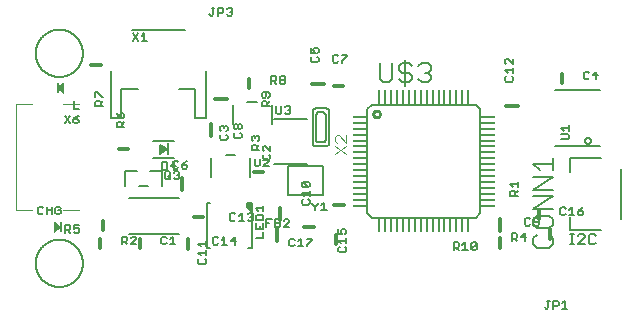
<source format=gbr>
G04 EAGLE Gerber RS-274X export*
G75*
%MOMM*%
%FSLAX34Y34*%
%LPD*%
%INSilkscreen Top*%
%IPPOS*%
%AMOC8*
5,1,8,0,0,1.08239X$1,22.5*%
G01*
%ADD10C,0.127000*%
%ADD11C,0.304800*%
%ADD12C,0.152400*%
%ADD13R,0.190500X0.889000*%
%ADD14C,0.203200*%
%ADD15C,0.076200*%
%ADD16R,0.200000X1.000000*%
%ADD17C,0.254000*%
%ADD18R,1.200000X0.200000*%
%ADD19R,0.200000X1.200000*%
%ADD20C,0.101600*%

G36*
X21647Y51314D02*
X21647Y51314D01*
X21665Y51312D01*
X21767Y51340D01*
X21870Y51362D01*
X21885Y51371D01*
X21902Y51376D01*
X22047Y51461D01*
X27127Y55271D01*
X27130Y55274D01*
X27134Y55276D01*
X27215Y55363D01*
X27297Y55448D01*
X27299Y55452D01*
X27302Y55455D01*
X27352Y55564D01*
X27402Y55671D01*
X27402Y55675D01*
X27404Y55679D01*
X27417Y55797D01*
X27430Y55915D01*
X27430Y55919D01*
X27430Y55924D01*
X27404Y56040D01*
X27380Y56156D01*
X27377Y56160D01*
X27376Y56164D01*
X27315Y56266D01*
X27255Y56368D01*
X27251Y56371D01*
X27249Y56374D01*
X27127Y56489D01*
X22047Y60299D01*
X22031Y60307D01*
X22018Y60320D01*
X22003Y60327D01*
X21995Y60333D01*
X21945Y60353D01*
X21922Y60364D01*
X21829Y60413D01*
X21811Y60416D01*
X21795Y60423D01*
X21690Y60435D01*
X21586Y60451D01*
X21568Y60448D01*
X21551Y60450D01*
X21448Y60428D01*
X21343Y60410D01*
X21328Y60402D01*
X21310Y60398D01*
X21220Y60344D01*
X21127Y60294D01*
X21114Y60281D01*
X21099Y60272D01*
X21030Y60192D01*
X20958Y60115D01*
X20951Y60098D01*
X20939Y60085D01*
X20900Y59987D01*
X20856Y59891D01*
X20854Y59873D01*
X20847Y59857D01*
X20829Y59690D01*
X20829Y52070D01*
X20832Y52052D01*
X20830Y52035D01*
X20851Y51931D01*
X20869Y51827D01*
X20877Y51812D01*
X20881Y51794D01*
X20934Y51703D01*
X20984Y51610D01*
X20996Y51598D01*
X21006Y51582D01*
X21085Y51513D01*
X21162Y51441D01*
X21178Y51433D01*
X21192Y51421D01*
X21289Y51381D01*
X21385Y51337D01*
X21403Y51335D01*
X21419Y51328D01*
X21525Y51321D01*
X21629Y51310D01*
X21647Y51314D01*
G37*
G36*
X29012Y169022D02*
X29012Y169022D01*
X29029Y169020D01*
X29132Y169042D01*
X29237Y169060D01*
X29252Y169068D01*
X29270Y169072D01*
X29360Y169126D01*
X29454Y169176D01*
X29466Y169189D01*
X29481Y169198D01*
X29550Y169278D01*
X29622Y169355D01*
X29629Y169372D01*
X29641Y169385D01*
X29680Y169483D01*
X29724Y169579D01*
X29726Y169597D01*
X29733Y169613D01*
X29751Y169780D01*
X29751Y177400D01*
X29749Y177417D01*
X29750Y177432D01*
X29750Y177435D01*
X29729Y177539D01*
X29712Y177643D01*
X29703Y177658D01*
X29700Y177676D01*
X29646Y177767D01*
X29596Y177860D01*
X29584Y177872D01*
X29575Y177888D01*
X29495Y177957D01*
X29418Y178030D01*
X29402Y178037D01*
X29388Y178049D01*
X29291Y178089D01*
X29195Y178133D01*
X29177Y178135D01*
X29161Y178142D01*
X29055Y178149D01*
X28951Y178160D01*
X28933Y178156D01*
X28915Y178158D01*
X28813Y178130D01*
X28740Y178114D01*
X28737Y178114D01*
X28710Y178108D01*
X28695Y178099D01*
X28678Y178094D01*
X28533Y178009D01*
X23453Y174199D01*
X23450Y174196D01*
X23447Y174194D01*
X23365Y174107D01*
X23283Y174022D01*
X23281Y174018D01*
X23278Y174015D01*
X23228Y173906D01*
X23178Y173799D01*
X23178Y173795D01*
X23176Y173791D01*
X23163Y173673D01*
X23150Y173555D01*
X23150Y173551D01*
X23150Y173546D01*
X23176Y173430D01*
X23201Y173314D01*
X23203Y173310D01*
X23204Y173306D01*
X23265Y173204D01*
X23326Y173102D01*
X23329Y173099D01*
X23331Y173096D01*
X23453Y172981D01*
X28533Y169171D01*
X28549Y169163D01*
X28562Y169151D01*
X28658Y169106D01*
X28751Y169057D01*
X28769Y169054D01*
X28785Y169047D01*
X28890Y169035D01*
X28994Y169019D01*
X29012Y169022D01*
G37*
G36*
X188383Y68084D02*
X188383Y68084D01*
X188472Y68086D01*
X188494Y68095D01*
X188517Y68098D01*
X188597Y68137D01*
X188679Y68171D01*
X188697Y68187D01*
X188718Y68197D01*
X188779Y68262D01*
X188845Y68322D01*
X188856Y68343D01*
X188872Y68360D01*
X188907Y68442D01*
X188948Y68522D01*
X188951Y68548D01*
X188960Y68567D01*
X188962Y68617D01*
X188975Y68707D01*
X188975Y76327D01*
X188964Y76392D01*
X188962Y76458D01*
X188944Y76501D01*
X188936Y76548D01*
X188902Y76605D01*
X188877Y76665D01*
X188846Y76700D01*
X188821Y76741D01*
X188770Y76783D01*
X188726Y76831D01*
X188684Y76853D01*
X188647Y76882D01*
X188585Y76903D01*
X188526Y76934D01*
X188472Y76942D01*
X188435Y76954D01*
X188395Y76953D01*
X188341Y76961D01*
X184531Y76961D01*
X184466Y76950D01*
X184400Y76948D01*
X184357Y76930D01*
X184310Y76922D01*
X184253Y76888D01*
X184193Y76863D01*
X184158Y76832D01*
X184117Y76807D01*
X184076Y76756D01*
X184027Y76712D01*
X184005Y76670D01*
X183976Y76633D01*
X183955Y76571D01*
X183924Y76512D01*
X183916Y76458D01*
X183904Y76421D01*
X183904Y76412D01*
X183905Y76380D01*
X183897Y76327D01*
X183897Y72517D01*
X183904Y72475D01*
X183902Y72433D01*
X183914Y72395D01*
X183915Y72382D01*
X183926Y72355D01*
X183936Y72296D01*
X183958Y72260D01*
X183971Y72219D01*
X183993Y72190D01*
X183999Y72174D01*
X184026Y72145D01*
X184051Y72103D01*
X184067Y72090D01*
X184083Y72069D01*
X187893Y68259D01*
X187966Y68208D01*
X188035Y68152D01*
X188057Y68144D01*
X188077Y68130D01*
X188163Y68108D01*
X188247Y68080D01*
X188271Y68080D01*
X188294Y68075D01*
X188383Y68084D01*
G37*
G36*
X111710Y118913D02*
X111710Y118913D01*
X111781Y118911D01*
X111851Y118930D01*
X111922Y118938D01*
X111977Y118963D01*
X112056Y118983D01*
X112159Y119044D01*
X112228Y119075D01*
X115228Y121075D01*
X115315Y121152D01*
X115405Y121225D01*
X115420Y121247D01*
X115440Y121265D01*
X115502Y121362D01*
X115569Y121457D01*
X115577Y121483D01*
X115592Y121505D01*
X115624Y121616D01*
X115662Y121726D01*
X115663Y121753D01*
X115670Y121778D01*
X115670Y121894D01*
X115676Y122010D01*
X115670Y122036D01*
X115670Y122063D01*
X115638Y122174D01*
X115612Y122287D01*
X115599Y122310D01*
X115591Y122336D01*
X115529Y122434D01*
X115473Y122535D01*
X115455Y122551D01*
X115440Y122576D01*
X115232Y122761D01*
X115228Y122765D01*
X112228Y124765D01*
X112164Y124796D01*
X112104Y124836D01*
X112036Y124857D01*
X111972Y124888D01*
X111901Y124900D01*
X111833Y124921D01*
X111762Y124923D01*
X111692Y124935D01*
X111620Y124927D01*
X111549Y124929D01*
X111480Y124911D01*
X111409Y124902D01*
X111343Y124875D01*
X111274Y124857D01*
X111213Y124820D01*
X111147Y124793D01*
X111091Y124748D01*
X111029Y124712D01*
X110980Y124660D01*
X110925Y124615D01*
X110884Y124557D01*
X110835Y124504D01*
X110802Y124441D01*
X110761Y124383D01*
X110738Y124315D01*
X110705Y124251D01*
X110695Y124192D01*
X110668Y124114D01*
X110662Y123995D01*
X110650Y123920D01*
X110650Y119920D01*
X110660Y119849D01*
X110660Y119777D01*
X110680Y119709D01*
X110690Y119639D01*
X110719Y119573D01*
X110739Y119504D01*
X110777Y119444D01*
X110806Y119379D01*
X110852Y119324D01*
X110890Y119264D01*
X110944Y119216D01*
X110990Y119162D01*
X111049Y119122D01*
X111103Y119075D01*
X111167Y119044D01*
X111226Y119005D01*
X111295Y118983D01*
X111359Y118952D01*
X111429Y118940D01*
X111497Y118919D01*
X111569Y118917D01*
X111640Y118905D01*
X111710Y118913D01*
G37*
D10*
X458061Y41275D02*
X461027Y41275D01*
X459544Y41275D02*
X459544Y50173D01*
X458061Y50173D02*
X461027Y50173D01*
X464298Y41275D02*
X470230Y41275D01*
X464298Y41275D02*
X470230Y47207D01*
X470230Y48690D01*
X468747Y50173D01*
X465781Y50173D01*
X464298Y48690D01*
X478102Y50173D02*
X479585Y48690D01*
X478102Y50173D02*
X475136Y50173D01*
X473653Y48690D01*
X473653Y42758D01*
X475136Y41275D01*
X478102Y41275D01*
X479585Y42758D01*
D11*
X128955Y87395D02*
X128955Y97555D01*
D12*
X126248Y110945D02*
X125147Y112047D01*
X122944Y112047D01*
X121842Y110945D01*
X121842Y106539D01*
X122944Y105437D01*
X125147Y105437D01*
X126248Y106539D01*
X131529Y110945D02*
X133733Y112047D01*
X131529Y110945D02*
X129326Y108742D01*
X129326Y106539D01*
X130428Y105437D01*
X132631Y105437D01*
X133733Y106539D01*
X133733Y107640D01*
X132631Y108742D01*
X129326Y108742D01*
D11*
X257790Y175262D02*
X265790Y175262D01*
D12*
X261583Y200732D02*
X260482Y201834D01*
X258279Y201834D01*
X257177Y200732D01*
X257177Y196326D01*
X258279Y195224D01*
X260482Y195224D01*
X261583Y196326D01*
X264661Y201834D02*
X269068Y201834D01*
X269068Y200732D01*
X264661Y196326D01*
X264661Y195224D01*
D11*
X153635Y143660D02*
X153635Y133500D01*
D12*
X173091Y134554D02*
X174193Y135655D01*
X173091Y134554D02*
X173091Y132350D01*
X174193Y131249D01*
X178599Y131249D01*
X179701Y132350D01*
X179701Y134554D01*
X178599Y135655D01*
X174193Y138733D02*
X173091Y139834D01*
X173091Y142038D01*
X174193Y143139D01*
X175295Y143139D01*
X176396Y142038D01*
X177498Y143139D01*
X178599Y143139D01*
X179701Y142038D01*
X179701Y139834D01*
X178599Y138733D01*
X177498Y138733D01*
X176396Y139834D01*
X175295Y138733D01*
X174193Y138733D01*
X176396Y139834D02*
X176396Y142038D01*
D13*
X24093Y173590D03*
D12*
X37508Y162674D02*
X37508Y156064D01*
X41914Y156064D01*
D11*
X134493Y45541D02*
X134493Y37541D01*
D12*
X158880Y47643D02*
X159981Y46541D01*
X158880Y47643D02*
X156677Y47643D01*
X155575Y46541D01*
X155575Y42135D01*
X156677Y41033D01*
X158880Y41033D01*
X159981Y42135D01*
X163059Y45439D02*
X165262Y47643D01*
X165262Y41033D01*
X163059Y41033D02*
X167466Y41033D01*
X173848Y41033D02*
X173848Y47643D01*
X170543Y44338D01*
X174950Y44338D01*
D11*
X60515Y193040D02*
X52515Y193040D01*
D12*
X56001Y158514D02*
X62611Y158514D01*
X56001Y158514D02*
X56001Y161819D01*
X57103Y162920D01*
X59306Y162920D01*
X60408Y161819D01*
X60408Y158514D01*
X60408Y160717D02*
X62611Y162920D01*
X56001Y165998D02*
X56001Y170404D01*
X57103Y170404D01*
X61509Y165998D01*
X62611Y165998D01*
D14*
X84410Y50151D02*
X126410Y50151D01*
X126410Y80659D02*
X84410Y80659D01*
X5400Y203200D02*
X5406Y203691D01*
X5424Y204181D01*
X5454Y204671D01*
X5496Y205160D01*
X5550Y205648D01*
X5616Y206135D01*
X5694Y206619D01*
X5784Y207102D01*
X5886Y207582D01*
X5999Y208060D01*
X6124Y208534D01*
X6261Y209006D01*
X6409Y209474D01*
X6569Y209938D01*
X6740Y210398D01*
X6922Y210854D01*
X7116Y211305D01*
X7320Y211751D01*
X7536Y212192D01*
X7762Y212628D01*
X7998Y213058D01*
X8245Y213482D01*
X8503Y213900D01*
X8771Y214311D01*
X9048Y214716D01*
X9336Y215114D01*
X9633Y215505D01*
X9940Y215888D01*
X10256Y216263D01*
X10581Y216631D01*
X10915Y216991D01*
X11258Y217342D01*
X11609Y217685D01*
X11969Y218019D01*
X12337Y218344D01*
X12712Y218660D01*
X13095Y218967D01*
X13486Y219264D01*
X13884Y219552D01*
X14289Y219829D01*
X14700Y220097D01*
X15118Y220355D01*
X15542Y220602D01*
X15972Y220838D01*
X16408Y221064D01*
X16849Y221280D01*
X17295Y221484D01*
X17746Y221678D01*
X18202Y221860D01*
X18662Y222031D01*
X19126Y222191D01*
X19594Y222339D01*
X20066Y222476D01*
X20540Y222601D01*
X21018Y222714D01*
X21498Y222816D01*
X21981Y222906D01*
X22465Y222984D01*
X22952Y223050D01*
X23440Y223104D01*
X23929Y223146D01*
X24419Y223176D01*
X24909Y223194D01*
X25400Y223200D01*
X25891Y223194D01*
X26381Y223176D01*
X26871Y223146D01*
X27360Y223104D01*
X27848Y223050D01*
X28335Y222984D01*
X28819Y222906D01*
X29302Y222816D01*
X29782Y222714D01*
X30260Y222601D01*
X30734Y222476D01*
X31206Y222339D01*
X31674Y222191D01*
X32138Y222031D01*
X32598Y221860D01*
X33054Y221678D01*
X33505Y221484D01*
X33951Y221280D01*
X34392Y221064D01*
X34828Y220838D01*
X35258Y220602D01*
X35682Y220355D01*
X36100Y220097D01*
X36511Y219829D01*
X36916Y219552D01*
X37314Y219264D01*
X37705Y218967D01*
X38088Y218660D01*
X38463Y218344D01*
X38831Y218019D01*
X39191Y217685D01*
X39542Y217342D01*
X39885Y216991D01*
X40219Y216631D01*
X40544Y216263D01*
X40860Y215888D01*
X41167Y215505D01*
X41464Y215114D01*
X41752Y214716D01*
X42029Y214311D01*
X42297Y213900D01*
X42555Y213482D01*
X42802Y213058D01*
X43038Y212628D01*
X43264Y212192D01*
X43480Y211751D01*
X43684Y211305D01*
X43878Y210854D01*
X44060Y210398D01*
X44231Y209938D01*
X44391Y209474D01*
X44539Y209006D01*
X44676Y208534D01*
X44801Y208060D01*
X44914Y207582D01*
X45016Y207102D01*
X45106Y206619D01*
X45184Y206135D01*
X45250Y205648D01*
X45304Y205160D01*
X45346Y204671D01*
X45376Y204181D01*
X45394Y203691D01*
X45400Y203200D01*
X45394Y202709D01*
X45376Y202219D01*
X45346Y201729D01*
X45304Y201240D01*
X45250Y200752D01*
X45184Y200265D01*
X45106Y199781D01*
X45016Y199298D01*
X44914Y198818D01*
X44801Y198340D01*
X44676Y197866D01*
X44539Y197394D01*
X44391Y196926D01*
X44231Y196462D01*
X44060Y196002D01*
X43878Y195546D01*
X43684Y195095D01*
X43480Y194649D01*
X43264Y194208D01*
X43038Y193772D01*
X42802Y193342D01*
X42555Y192918D01*
X42297Y192500D01*
X42029Y192089D01*
X41752Y191684D01*
X41464Y191286D01*
X41167Y190895D01*
X40860Y190512D01*
X40544Y190137D01*
X40219Y189769D01*
X39885Y189409D01*
X39542Y189058D01*
X39191Y188715D01*
X38831Y188381D01*
X38463Y188056D01*
X38088Y187740D01*
X37705Y187433D01*
X37314Y187136D01*
X36916Y186848D01*
X36511Y186571D01*
X36100Y186303D01*
X35682Y186045D01*
X35258Y185798D01*
X34828Y185562D01*
X34392Y185336D01*
X33951Y185120D01*
X33505Y184916D01*
X33054Y184722D01*
X32598Y184540D01*
X32138Y184369D01*
X31674Y184209D01*
X31206Y184061D01*
X30734Y183924D01*
X30260Y183799D01*
X29782Y183686D01*
X29302Y183584D01*
X28819Y183494D01*
X28335Y183416D01*
X27848Y183350D01*
X27360Y183296D01*
X26871Y183254D01*
X26381Y183224D01*
X25891Y183206D01*
X25400Y183200D01*
X24909Y183206D01*
X24419Y183224D01*
X23929Y183254D01*
X23440Y183296D01*
X22952Y183350D01*
X22465Y183416D01*
X21981Y183494D01*
X21498Y183584D01*
X21018Y183686D01*
X20540Y183799D01*
X20066Y183924D01*
X19594Y184061D01*
X19126Y184209D01*
X18662Y184369D01*
X18202Y184540D01*
X17746Y184722D01*
X17295Y184916D01*
X16849Y185120D01*
X16408Y185336D01*
X15972Y185562D01*
X15542Y185798D01*
X15118Y186045D01*
X14700Y186303D01*
X14289Y186571D01*
X13884Y186848D01*
X13486Y187136D01*
X13095Y187433D01*
X12712Y187740D01*
X12337Y188056D01*
X11969Y188381D01*
X11609Y188715D01*
X11258Y189058D01*
X10915Y189409D01*
X10581Y189769D01*
X10256Y190137D01*
X9940Y190512D01*
X9633Y190895D01*
X9336Y191286D01*
X9048Y191684D01*
X8771Y192089D01*
X8503Y192500D01*
X8245Y192918D01*
X7998Y193342D01*
X7762Y193772D01*
X7536Y194208D01*
X7320Y194649D01*
X7116Y195095D01*
X6922Y195546D01*
X6740Y196002D01*
X6569Y196462D01*
X6409Y196926D01*
X6261Y197394D01*
X6124Y197866D01*
X5999Y198340D01*
X5886Y198818D01*
X5784Y199298D01*
X5694Y199781D01*
X5616Y200265D01*
X5550Y200752D01*
X5496Y201240D01*
X5454Y201729D01*
X5424Y202219D01*
X5406Y202709D01*
X5400Y203200D01*
X5400Y25400D02*
X5406Y25891D01*
X5424Y26381D01*
X5454Y26871D01*
X5496Y27360D01*
X5550Y27848D01*
X5616Y28335D01*
X5694Y28819D01*
X5784Y29302D01*
X5886Y29782D01*
X5999Y30260D01*
X6124Y30734D01*
X6261Y31206D01*
X6409Y31674D01*
X6569Y32138D01*
X6740Y32598D01*
X6922Y33054D01*
X7116Y33505D01*
X7320Y33951D01*
X7536Y34392D01*
X7762Y34828D01*
X7998Y35258D01*
X8245Y35682D01*
X8503Y36100D01*
X8771Y36511D01*
X9048Y36916D01*
X9336Y37314D01*
X9633Y37705D01*
X9940Y38088D01*
X10256Y38463D01*
X10581Y38831D01*
X10915Y39191D01*
X11258Y39542D01*
X11609Y39885D01*
X11969Y40219D01*
X12337Y40544D01*
X12712Y40860D01*
X13095Y41167D01*
X13486Y41464D01*
X13884Y41752D01*
X14289Y42029D01*
X14700Y42297D01*
X15118Y42555D01*
X15542Y42802D01*
X15972Y43038D01*
X16408Y43264D01*
X16849Y43480D01*
X17295Y43684D01*
X17746Y43878D01*
X18202Y44060D01*
X18662Y44231D01*
X19126Y44391D01*
X19594Y44539D01*
X20066Y44676D01*
X20540Y44801D01*
X21018Y44914D01*
X21498Y45016D01*
X21981Y45106D01*
X22465Y45184D01*
X22952Y45250D01*
X23440Y45304D01*
X23929Y45346D01*
X24419Y45376D01*
X24909Y45394D01*
X25400Y45400D01*
X25891Y45394D01*
X26381Y45376D01*
X26871Y45346D01*
X27360Y45304D01*
X27848Y45250D01*
X28335Y45184D01*
X28819Y45106D01*
X29302Y45016D01*
X29782Y44914D01*
X30260Y44801D01*
X30734Y44676D01*
X31206Y44539D01*
X31674Y44391D01*
X32138Y44231D01*
X32598Y44060D01*
X33054Y43878D01*
X33505Y43684D01*
X33951Y43480D01*
X34392Y43264D01*
X34828Y43038D01*
X35258Y42802D01*
X35682Y42555D01*
X36100Y42297D01*
X36511Y42029D01*
X36916Y41752D01*
X37314Y41464D01*
X37705Y41167D01*
X38088Y40860D01*
X38463Y40544D01*
X38831Y40219D01*
X39191Y39885D01*
X39542Y39542D01*
X39885Y39191D01*
X40219Y38831D01*
X40544Y38463D01*
X40860Y38088D01*
X41167Y37705D01*
X41464Y37314D01*
X41752Y36916D01*
X42029Y36511D01*
X42297Y36100D01*
X42555Y35682D01*
X42802Y35258D01*
X43038Y34828D01*
X43264Y34392D01*
X43480Y33951D01*
X43684Y33505D01*
X43878Y33054D01*
X44060Y32598D01*
X44231Y32138D01*
X44391Y31674D01*
X44539Y31206D01*
X44676Y30734D01*
X44801Y30260D01*
X44914Y29782D01*
X45016Y29302D01*
X45106Y28819D01*
X45184Y28335D01*
X45250Y27848D01*
X45304Y27360D01*
X45346Y26871D01*
X45376Y26381D01*
X45394Y25891D01*
X45400Y25400D01*
X45394Y24909D01*
X45376Y24419D01*
X45346Y23929D01*
X45304Y23440D01*
X45250Y22952D01*
X45184Y22465D01*
X45106Y21981D01*
X45016Y21498D01*
X44914Y21018D01*
X44801Y20540D01*
X44676Y20066D01*
X44539Y19594D01*
X44391Y19126D01*
X44231Y18662D01*
X44060Y18202D01*
X43878Y17746D01*
X43684Y17295D01*
X43480Y16849D01*
X43264Y16408D01*
X43038Y15972D01*
X42802Y15542D01*
X42555Y15118D01*
X42297Y14700D01*
X42029Y14289D01*
X41752Y13884D01*
X41464Y13486D01*
X41167Y13095D01*
X40860Y12712D01*
X40544Y12337D01*
X40219Y11969D01*
X39885Y11609D01*
X39542Y11258D01*
X39191Y10915D01*
X38831Y10581D01*
X38463Y10256D01*
X38088Y9940D01*
X37705Y9633D01*
X37314Y9336D01*
X36916Y9048D01*
X36511Y8771D01*
X36100Y8503D01*
X35682Y8245D01*
X35258Y7998D01*
X34828Y7762D01*
X34392Y7536D01*
X33951Y7320D01*
X33505Y7116D01*
X33054Y6922D01*
X32598Y6740D01*
X32138Y6569D01*
X31674Y6409D01*
X31206Y6261D01*
X30734Y6124D01*
X30260Y5999D01*
X29782Y5886D01*
X29302Y5784D01*
X28819Y5694D01*
X28335Y5616D01*
X27848Y5550D01*
X27360Y5496D01*
X26871Y5454D01*
X26381Y5424D01*
X25891Y5406D01*
X25400Y5400D01*
X24909Y5406D01*
X24419Y5424D01*
X23929Y5454D01*
X23440Y5496D01*
X22952Y5550D01*
X22465Y5616D01*
X21981Y5694D01*
X21498Y5784D01*
X21018Y5886D01*
X20540Y5999D01*
X20066Y6124D01*
X19594Y6261D01*
X19126Y6409D01*
X18662Y6569D01*
X18202Y6740D01*
X17746Y6922D01*
X17295Y7116D01*
X16849Y7320D01*
X16408Y7536D01*
X15972Y7762D01*
X15542Y7998D01*
X15118Y8245D01*
X14700Y8503D01*
X14289Y8771D01*
X13884Y9048D01*
X13486Y9336D01*
X13095Y9633D01*
X12712Y9940D01*
X12337Y10256D01*
X11969Y10581D01*
X11609Y10915D01*
X11258Y11258D01*
X10915Y11609D01*
X10581Y11969D01*
X10256Y12337D01*
X9940Y12712D01*
X9633Y13095D01*
X9336Y13486D01*
X9048Y13884D01*
X8771Y14289D01*
X8503Y14700D01*
X8245Y15118D01*
X7998Y15542D01*
X7762Y15972D01*
X7536Y16408D01*
X7320Y16849D01*
X7116Y17295D01*
X6922Y17746D01*
X6740Y18202D01*
X6569Y18662D01*
X6409Y19126D01*
X6261Y19594D01*
X6124Y20066D01*
X5999Y20540D01*
X5886Y21018D01*
X5784Y21498D01*
X5694Y21981D01*
X5616Y22465D01*
X5550Y22952D01*
X5496Y23440D01*
X5454Y23929D01*
X5424Y24419D01*
X5406Y24909D01*
X5400Y25400D01*
X153680Y98680D02*
X153680Y114680D01*
X186680Y114680D02*
X186680Y98680D01*
X174180Y117180D02*
X166180Y117180D01*
D12*
X190722Y114052D02*
X190722Y108544D01*
X191824Y107442D01*
X194027Y107442D01*
X195128Y108544D01*
X195128Y114052D01*
X198206Y107442D02*
X202613Y107442D01*
X202613Y111848D02*
X198206Y107442D01*
X202613Y111848D02*
X202613Y112950D01*
X201511Y114052D01*
X199308Y114052D01*
X198206Y112950D01*
X436272Y-11852D02*
X437373Y-12954D01*
X438475Y-12954D01*
X439576Y-11852D01*
X439576Y-6344D01*
X438475Y-6344D02*
X440678Y-6344D01*
X443756Y-6344D02*
X443756Y-12954D01*
X443756Y-6344D02*
X447061Y-6344D01*
X448162Y-7446D01*
X448162Y-9649D01*
X447061Y-10751D01*
X443756Y-10751D01*
X451240Y-8548D02*
X453443Y-6344D01*
X453443Y-12954D01*
X451240Y-12954D02*
X455646Y-12954D01*
D14*
X131720Y223040D02*
X86720Y223040D01*
X149220Y188040D02*
X149220Y148040D01*
X140720Y148040D01*
X140720Y173040D01*
X126720Y173040D01*
X91720Y173040D02*
X77720Y173040D01*
X77720Y148040D01*
X69220Y148040D01*
X69220Y188040D01*
D12*
X92163Y213487D02*
X87757Y220097D01*
X92163Y220097D02*
X87757Y213487D01*
X95241Y217893D02*
X97444Y220097D01*
X97444Y213487D01*
X95241Y213487D02*
X99648Y213487D01*
X152400Y236052D02*
X153502Y234950D01*
X154603Y234950D01*
X155705Y236052D01*
X155705Y241560D01*
X156806Y241560D02*
X154603Y241560D01*
X159884Y241560D02*
X159884Y234950D01*
X159884Y241560D02*
X163189Y241560D01*
X164291Y240458D01*
X164291Y238255D01*
X163189Y237153D01*
X159884Y237153D01*
X167368Y240458D02*
X168470Y241560D01*
X170673Y241560D01*
X171775Y240458D01*
X171775Y239356D01*
X170673Y238255D01*
X169572Y238255D01*
X170673Y238255D02*
X171775Y237153D01*
X171775Y236052D01*
X170673Y234950D01*
X168470Y234950D01*
X167368Y236052D01*
D14*
X172095Y159130D02*
X172095Y143130D01*
X205095Y143130D02*
X205095Y159130D01*
X192595Y161630D02*
X184595Y161630D01*
D12*
X209137Y158502D02*
X209137Y152994D01*
X210239Y151892D01*
X212442Y151892D01*
X213543Y152994D01*
X213543Y158502D01*
X216621Y157400D02*
X217723Y158502D01*
X219926Y158502D01*
X221028Y157400D01*
X221028Y156298D01*
X219926Y155197D01*
X218824Y155197D01*
X219926Y155197D02*
X221028Y154095D01*
X221028Y152994D01*
X219926Y151892D01*
X217723Y151892D01*
X216621Y152994D01*
D13*
X26488Y55880D03*
D12*
X11518Y72310D02*
X10417Y73412D01*
X8214Y73412D01*
X7112Y72310D01*
X7112Y67904D01*
X8214Y66802D01*
X10417Y66802D01*
X11518Y67904D01*
X14596Y66802D02*
X14596Y73412D01*
X14596Y70107D02*
X19003Y70107D01*
X19003Y73412D02*
X19003Y66802D01*
X25385Y73412D02*
X26487Y72310D01*
X25385Y73412D02*
X23182Y73412D01*
X22080Y72310D01*
X22080Y67904D01*
X23182Y66802D01*
X25385Y66802D01*
X26487Y67904D01*
X26487Y70107D01*
X24284Y70107D01*
D11*
X60198Y45910D02*
X60198Y37910D01*
D12*
X78740Y41402D02*
X78740Y48012D01*
X82045Y48012D01*
X83146Y46910D01*
X83146Y44707D01*
X82045Y43605D01*
X78740Y43605D01*
X80943Y43605D02*
X83146Y41402D01*
X86224Y41402D02*
X90631Y41402D01*
X90631Y45808D02*
X86224Y41402D01*
X90631Y45808D02*
X90631Y46910D01*
X89529Y48012D01*
X87326Y48012D01*
X86224Y46910D01*
D11*
X156845Y164465D02*
X167005Y164465D01*
D12*
X162513Y134345D02*
X161411Y133244D01*
X161411Y131040D01*
X162513Y129939D01*
X166919Y129939D01*
X168021Y131040D01*
X168021Y133244D01*
X166919Y134345D01*
X162513Y137423D02*
X161411Y138524D01*
X161411Y140728D01*
X162513Y141829D01*
X163615Y141829D01*
X164716Y140728D01*
X164716Y139626D01*
X164716Y140728D02*
X165818Y141829D01*
X166919Y141829D01*
X168021Y140728D01*
X168021Y138524D01*
X166919Y137423D01*
D11*
X186055Y173800D02*
X186055Y181800D01*
D12*
X204597Y183902D02*
X204597Y177292D01*
X204597Y183902D02*
X207902Y183902D01*
X209003Y182800D01*
X209003Y180597D01*
X207902Y179495D01*
X204597Y179495D01*
X206800Y179495D02*
X209003Y177292D01*
X212081Y182800D02*
X213183Y183902D01*
X215386Y183902D01*
X216488Y182800D01*
X216488Y181698D01*
X215386Y180597D01*
X216488Y179495D01*
X216488Y178394D01*
X215386Y177292D01*
X213183Y177292D01*
X212081Y178394D01*
X212081Y179495D01*
X213183Y180597D01*
X212081Y181698D01*
X212081Y182800D01*
X213183Y180597D02*
X215386Y180597D01*
D10*
X251060Y156716D02*
X251163Y156714D01*
X251266Y156708D01*
X251369Y156699D01*
X251472Y156686D01*
X251574Y156669D01*
X251675Y156648D01*
X251775Y156624D01*
X251875Y156596D01*
X251973Y156565D01*
X252070Y156529D01*
X252166Y156491D01*
X252260Y156449D01*
X252353Y156403D01*
X252444Y156354D01*
X252533Y156302D01*
X252620Y156247D01*
X252705Y156188D01*
X252788Y156126D01*
X252869Y156062D01*
X252947Y155994D01*
X253023Y155924D01*
X253096Y155851D01*
X253166Y155775D01*
X253234Y155697D01*
X253298Y155616D01*
X253360Y155533D01*
X253419Y155448D01*
X253474Y155361D01*
X253526Y155272D01*
X253575Y155181D01*
X253621Y155088D01*
X253663Y154994D01*
X253701Y154898D01*
X253737Y154801D01*
X253768Y154703D01*
X253796Y154603D01*
X253820Y154503D01*
X253841Y154402D01*
X253858Y154300D01*
X253871Y154197D01*
X253880Y154094D01*
X253886Y153991D01*
X253888Y153888D01*
X253888Y127544D01*
X253886Y127441D01*
X253880Y127338D01*
X253871Y127235D01*
X253858Y127132D01*
X253841Y127030D01*
X253820Y126929D01*
X253796Y126829D01*
X253768Y126729D01*
X253737Y126631D01*
X253701Y126534D01*
X253663Y126438D01*
X253621Y126344D01*
X253575Y126251D01*
X253526Y126160D01*
X253474Y126071D01*
X253419Y125984D01*
X253360Y125899D01*
X253298Y125816D01*
X253234Y125735D01*
X253166Y125657D01*
X253096Y125581D01*
X253023Y125508D01*
X252947Y125438D01*
X252869Y125370D01*
X252788Y125306D01*
X252705Y125244D01*
X252620Y125185D01*
X252533Y125130D01*
X252444Y125078D01*
X252353Y125029D01*
X252260Y124983D01*
X252166Y124941D01*
X252070Y124903D01*
X251973Y124867D01*
X251875Y124836D01*
X251775Y124808D01*
X251675Y124784D01*
X251574Y124763D01*
X251472Y124746D01*
X251369Y124733D01*
X251266Y124724D01*
X251163Y124718D01*
X251060Y124716D01*
X242124Y124716D01*
X242032Y124718D01*
X241939Y124724D01*
X241847Y124733D01*
X241756Y124746D01*
X241665Y124764D01*
X241575Y124784D01*
X241486Y124809D01*
X241398Y124837D01*
X241311Y124869D01*
X241226Y124904D01*
X241142Y124943D01*
X241060Y124985D01*
X240979Y125031D01*
X240901Y125080D01*
X240825Y125132D01*
X240751Y125187D01*
X240679Y125246D01*
X240610Y125307D01*
X240543Y125371D01*
X240479Y125438D01*
X240418Y125507D01*
X240359Y125579D01*
X240304Y125653D01*
X240252Y125729D01*
X240203Y125807D01*
X240157Y125888D01*
X240115Y125970D01*
X240076Y126054D01*
X240041Y126139D01*
X240009Y126226D01*
X239981Y126314D01*
X239956Y126403D01*
X239936Y126493D01*
X239918Y126584D01*
X239905Y126675D01*
X239896Y126767D01*
X239890Y126860D01*
X239888Y126952D01*
X239888Y153554D01*
X239890Y153664D01*
X239896Y153775D01*
X239905Y153885D01*
X239919Y153994D01*
X239936Y154103D01*
X239957Y154211D01*
X239982Y154319D01*
X240010Y154426D01*
X240043Y154531D01*
X240079Y154635D01*
X240118Y154739D01*
X240161Y154840D01*
X240208Y154940D01*
X240258Y155038D01*
X240312Y155135D01*
X240368Y155230D01*
X240429Y155322D01*
X240492Y155413D01*
X240558Y155501D01*
X240628Y155586D01*
X240700Y155670D01*
X240775Y155751D01*
X240853Y155829D01*
X240934Y155904D01*
X241018Y155976D01*
X241103Y156046D01*
X241191Y156112D01*
X241282Y156175D01*
X241374Y156236D01*
X241469Y156292D01*
X241566Y156346D01*
X241664Y156396D01*
X241764Y156443D01*
X241865Y156486D01*
X241969Y156525D01*
X242073Y156561D01*
X242178Y156594D01*
X242285Y156622D01*
X242393Y156647D01*
X242501Y156668D01*
X242610Y156685D01*
X242719Y156699D01*
X242829Y156708D01*
X242940Y156714D01*
X243050Y156716D01*
X251060Y156716D01*
X242888Y150716D02*
X242888Y129716D01*
X242888Y150716D02*
X242890Y150823D01*
X242896Y150930D01*
X242905Y151037D01*
X242919Y151143D01*
X242936Y151249D01*
X242957Y151354D01*
X242981Y151458D01*
X243010Y151561D01*
X243042Y151663D01*
X243077Y151764D01*
X243117Y151864D01*
X243159Y151962D01*
X243206Y152059D01*
X243255Y152154D01*
X243308Y152247D01*
X243365Y152338D01*
X243424Y152427D01*
X243487Y152514D01*
X243552Y152598D01*
X243621Y152680D01*
X243693Y152760D01*
X243767Y152837D01*
X243844Y152911D01*
X243924Y152983D01*
X244006Y153052D01*
X244090Y153117D01*
X244177Y153180D01*
X244266Y153239D01*
X244357Y153296D01*
X244450Y153349D01*
X244545Y153398D01*
X244642Y153445D01*
X244740Y153487D01*
X244840Y153527D01*
X244941Y153562D01*
X245043Y153594D01*
X245146Y153623D01*
X245250Y153647D01*
X245355Y153668D01*
X245461Y153685D01*
X245567Y153699D01*
X245674Y153708D01*
X245781Y153714D01*
X245888Y153716D01*
X247888Y153716D01*
X247995Y153714D01*
X248102Y153708D01*
X248209Y153699D01*
X248315Y153685D01*
X248421Y153668D01*
X248526Y153647D01*
X248630Y153623D01*
X248733Y153594D01*
X248835Y153562D01*
X248936Y153527D01*
X249036Y153488D01*
X249134Y153445D01*
X249231Y153399D01*
X249326Y153349D01*
X249419Y153296D01*
X249510Y153240D01*
X249599Y153180D01*
X249686Y153118D01*
X249770Y153052D01*
X249853Y152983D01*
X249932Y152912D01*
X250009Y152837D01*
X250084Y152760D01*
X250155Y152681D01*
X250224Y152598D01*
X250290Y152514D01*
X250352Y152427D01*
X250412Y152338D01*
X250468Y152247D01*
X250521Y152154D01*
X250571Y152059D01*
X250617Y151962D01*
X250660Y151864D01*
X250699Y151764D01*
X250734Y151663D01*
X250766Y151561D01*
X250795Y151458D01*
X250819Y151354D01*
X250840Y151249D01*
X250857Y151143D01*
X250871Y151037D01*
X250880Y150930D01*
X250886Y150823D01*
X250888Y150716D01*
X250888Y130716D01*
X250906Y130618D01*
X250920Y130518D01*
X250930Y130419D01*
X250936Y130319D01*
X250938Y130219D01*
X250936Y130119D01*
X250930Y130019D01*
X250921Y129919D01*
X250907Y129820D01*
X250890Y129721D01*
X250868Y129623D01*
X250843Y129526D01*
X250814Y129431D01*
X250781Y129336D01*
X250745Y129243D01*
X250705Y129151D01*
X250661Y129061D01*
X250614Y128972D01*
X250564Y128886D01*
X250510Y128802D01*
X250453Y128719D01*
X250392Y128639D01*
X250329Y128562D01*
X250262Y128487D01*
X250193Y128415D01*
X250121Y128345D01*
X250046Y128279D01*
X249969Y128215D01*
X249889Y128155D01*
X249807Y128097D01*
X249723Y128043D01*
X249636Y127992D01*
X249548Y127945D01*
X249458Y127901D01*
X249366Y127861D01*
X249273Y127825D01*
X249179Y127792D01*
X249083Y127762D01*
X248986Y127737D01*
X248888Y127716D01*
X245888Y127716D01*
X245789Y127698D01*
X245690Y127684D01*
X245590Y127674D01*
X245490Y127668D01*
X245390Y127666D01*
X245290Y127668D01*
X245190Y127674D01*
X245091Y127683D01*
X244991Y127697D01*
X244893Y127714D01*
X244795Y127736D01*
X244698Y127761D01*
X244602Y127790D01*
X244507Y127823D01*
X244414Y127859D01*
X244322Y127899D01*
X244232Y127943D01*
X244144Y127990D01*
X244057Y128040D01*
X243973Y128094D01*
X243891Y128151D01*
X243811Y128212D01*
X243733Y128275D01*
X243659Y128342D01*
X243586Y128411D01*
X243517Y128483D01*
X243450Y128558D01*
X243387Y128635D01*
X243326Y128715D01*
X243269Y128797D01*
X243215Y128881D01*
X243164Y128968D01*
X243117Y129056D01*
X243073Y129146D01*
X243033Y129238D01*
X242996Y129331D01*
X242963Y129425D01*
X242934Y129521D01*
X242909Y129618D01*
X242887Y129716D01*
D15*
X259101Y118097D02*
X268507Y124368D01*
X268507Y118097D02*
X259101Y124368D01*
X268507Y127452D02*
X268507Y133723D01*
X268507Y127452D02*
X262236Y133723D01*
X260669Y133723D01*
X259101Y132155D01*
X259101Y129020D01*
X260669Y127452D01*
D11*
X249555Y177292D02*
X239395Y177292D01*
D12*
X238373Y199139D02*
X239475Y200240D01*
X238373Y199139D02*
X238373Y196936D01*
X239475Y195834D01*
X243881Y195834D01*
X244983Y196936D01*
X244983Y199139D01*
X243881Y200240D01*
X238373Y203318D02*
X238373Y207725D01*
X238373Y203318D02*
X241678Y203318D01*
X240577Y205521D01*
X240577Y206623D01*
X241678Y207725D01*
X243881Y207725D01*
X244983Y206623D01*
X244983Y204420D01*
X243881Y203318D01*
D10*
X188291Y76277D02*
X185291Y76277D01*
X188291Y76277D02*
X188291Y38277D01*
X185291Y38277D01*
X153291Y76277D02*
X150291Y76277D01*
X150291Y38277D01*
X153291Y38277D01*
D12*
X191637Y47152D02*
X198247Y47152D01*
X198247Y51559D01*
X191637Y54637D02*
X191637Y59043D01*
X191637Y54637D02*
X198247Y54637D01*
X198247Y59043D01*
X194942Y56840D02*
X194942Y54637D01*
X191637Y62121D02*
X198247Y62121D01*
X198247Y65426D01*
X197145Y66527D01*
X192739Y66527D01*
X191637Y65426D01*
X191637Y62121D01*
X193841Y69605D02*
X191637Y71808D01*
X198247Y71808D01*
X198247Y69605D02*
X198247Y74011D01*
D14*
X445185Y124463D02*
X483185Y124463D01*
X483185Y172463D02*
X445185Y172463D01*
X470535Y129159D02*
X470537Y129259D01*
X470543Y129360D01*
X470553Y129459D01*
X470567Y129559D01*
X470584Y129658D01*
X470606Y129756D01*
X470632Y129853D01*
X470661Y129949D01*
X470694Y130043D01*
X470731Y130137D01*
X470771Y130229D01*
X470815Y130319D01*
X470863Y130407D01*
X470914Y130494D01*
X470968Y130578D01*
X471026Y130660D01*
X471087Y130740D01*
X471151Y130817D01*
X471218Y130892D01*
X471288Y130964D01*
X471361Y131033D01*
X471436Y131099D01*
X471514Y131163D01*
X471594Y131223D01*
X471677Y131280D01*
X471762Y131333D01*
X471849Y131383D01*
X471938Y131430D01*
X472028Y131473D01*
X472120Y131513D01*
X472214Y131549D01*
X472309Y131581D01*
X472405Y131609D01*
X472503Y131634D01*
X472601Y131654D01*
X472700Y131671D01*
X472800Y131684D01*
X472899Y131693D01*
X473000Y131698D01*
X473100Y131699D01*
X473200Y131696D01*
X473301Y131689D01*
X473400Y131678D01*
X473500Y131663D01*
X473598Y131645D01*
X473696Y131622D01*
X473793Y131595D01*
X473888Y131565D01*
X473983Y131531D01*
X474076Y131493D01*
X474167Y131452D01*
X474257Y131407D01*
X474345Y131359D01*
X474431Y131307D01*
X474515Y131252D01*
X474596Y131193D01*
X474675Y131131D01*
X474752Y131067D01*
X474826Y130999D01*
X474897Y130928D01*
X474966Y130855D01*
X475031Y130779D01*
X475094Y130700D01*
X475153Y130619D01*
X475209Y130536D01*
X475262Y130451D01*
X475311Y130363D01*
X475357Y130274D01*
X475399Y130183D01*
X475438Y130090D01*
X475473Y129996D01*
X475504Y129901D01*
X475532Y129804D01*
X475555Y129707D01*
X475575Y129608D01*
X475591Y129509D01*
X475603Y129410D01*
X475611Y129309D01*
X475615Y129209D01*
X475615Y129109D01*
X475611Y129009D01*
X475603Y128908D01*
X475591Y128809D01*
X475575Y128710D01*
X475555Y128611D01*
X475532Y128514D01*
X475504Y128417D01*
X475473Y128322D01*
X475438Y128228D01*
X475399Y128135D01*
X475357Y128044D01*
X475311Y127955D01*
X475262Y127867D01*
X475209Y127782D01*
X475153Y127699D01*
X475094Y127618D01*
X475031Y127539D01*
X474966Y127463D01*
X474897Y127390D01*
X474826Y127319D01*
X474752Y127251D01*
X474675Y127187D01*
X474596Y127125D01*
X474515Y127066D01*
X474431Y127011D01*
X474345Y126959D01*
X474257Y126911D01*
X474167Y126866D01*
X474076Y126825D01*
X473983Y126787D01*
X473888Y126753D01*
X473793Y126723D01*
X473696Y126696D01*
X473598Y126673D01*
X473500Y126655D01*
X473400Y126640D01*
X473301Y126629D01*
X473200Y126622D01*
X473100Y126619D01*
X473000Y126620D01*
X472899Y126625D01*
X472800Y126634D01*
X472700Y126647D01*
X472601Y126664D01*
X472503Y126684D01*
X472405Y126709D01*
X472309Y126737D01*
X472214Y126769D01*
X472120Y126805D01*
X472028Y126845D01*
X471938Y126888D01*
X471849Y126935D01*
X471762Y126985D01*
X471677Y127038D01*
X471594Y127095D01*
X471514Y127155D01*
X471436Y127219D01*
X471361Y127285D01*
X471288Y127354D01*
X471218Y127426D01*
X471151Y127501D01*
X471087Y127578D01*
X471026Y127658D01*
X470968Y127740D01*
X470914Y127824D01*
X470863Y127911D01*
X470815Y127999D01*
X470771Y128089D01*
X470731Y128181D01*
X470694Y128275D01*
X470661Y128369D01*
X470632Y128465D01*
X470606Y128562D01*
X470584Y128660D01*
X470567Y128759D01*
X470553Y128859D01*
X470543Y128958D01*
X470537Y129059D01*
X470535Y129159D01*
D12*
X455971Y130175D02*
X450463Y130175D01*
X455971Y130175D02*
X457073Y131277D01*
X457073Y133480D01*
X455971Y134581D01*
X450463Y134581D01*
X452667Y137659D02*
X450463Y139862D01*
X457073Y139862D01*
X457073Y137659D02*
X457073Y142066D01*
D11*
X147383Y64135D02*
X139383Y64135D01*
D12*
X143971Y29071D02*
X142869Y27969D01*
X142869Y25766D01*
X143971Y24665D01*
X148377Y24665D01*
X149479Y25766D01*
X149479Y27969D01*
X148377Y29071D01*
X145073Y32149D02*
X142869Y34352D01*
X149479Y34352D01*
X149479Y32149D02*
X149479Y36555D01*
X145073Y39633D02*
X142869Y41836D01*
X149479Y41836D01*
X149479Y39633D02*
X149479Y44039D01*
D11*
X232778Y56438D02*
X240778Y56438D01*
D12*
X230676Y78285D02*
X231778Y79386D01*
X230676Y78285D02*
X230676Y76082D01*
X231778Y74980D01*
X236184Y74980D01*
X237286Y76082D01*
X237286Y78285D01*
X236184Y79386D01*
X232880Y82464D02*
X230676Y84667D01*
X237286Y84667D01*
X237286Y82464D02*
X237286Y86871D01*
X236184Y89948D02*
X231778Y89948D01*
X230676Y91050D01*
X230676Y93253D01*
X231778Y94355D01*
X236184Y94355D01*
X237286Y93253D01*
X237286Y91050D01*
X236184Y89948D01*
X231778Y94355D01*
D14*
X122395Y114920D02*
X104935Y114920D01*
X104935Y128920D02*
X122395Y128920D01*
X116665Y121920D02*
X110665Y117920D01*
X110665Y125920D01*
X116665Y121920D01*
D16*
X117665Y121920D03*
D12*
X112159Y111004D02*
X112159Y104394D01*
X115464Y104394D01*
X116565Y105496D01*
X116565Y109902D01*
X115464Y111004D01*
X112159Y111004D01*
X122948Y111004D02*
X122948Y104394D01*
X119643Y107699D02*
X122948Y111004D01*
X124049Y107699D02*
X119643Y107699D01*
D14*
X80796Y103759D02*
X80796Y90631D01*
X80796Y103759D02*
X90884Y103759D01*
X112244Y103759D02*
X112244Y90631D01*
X112244Y103759D02*
X102156Y103759D01*
X100244Y90551D02*
X92656Y90551D01*
D12*
X115062Y97749D02*
X115062Y102155D01*
X116164Y103257D01*
X118367Y103257D01*
X119468Y102155D01*
X119468Y97749D01*
X118367Y96647D01*
X116164Y96647D01*
X115062Y97749D01*
X117265Y98850D02*
X119468Y96647D01*
X122546Y102155D02*
X123648Y103257D01*
X125851Y103257D01*
X126953Y102155D01*
X126953Y101053D01*
X125851Y99952D01*
X124749Y99952D01*
X125851Y99952D02*
X126953Y98850D01*
X126953Y97749D01*
X125851Y96647D01*
X123648Y96647D01*
X122546Y97749D01*
X196973Y158117D02*
X203583Y158117D01*
X196973Y158117D02*
X196973Y161422D01*
X198075Y162523D01*
X200278Y162523D01*
X201380Y161422D01*
X201380Y158117D01*
X201380Y160320D02*
X203583Y162523D01*
X202481Y165601D02*
X203583Y166703D01*
X203583Y168906D01*
X202481Y170008D01*
X198075Y170008D01*
X196973Y168906D01*
X196973Y166703D01*
X198075Y165601D01*
X199177Y165601D01*
X200278Y166703D01*
X200278Y170008D01*
D11*
X198310Y102870D02*
X190310Y102870D01*
D12*
X188208Y121412D02*
X194818Y121412D01*
X188208Y121412D02*
X188208Y124717D01*
X189310Y125818D01*
X191513Y125818D01*
X192615Y124717D01*
X192615Y121412D01*
X192615Y123615D02*
X194818Y125818D01*
X189310Y128896D02*
X188208Y129998D01*
X188208Y132201D01*
X189310Y133303D01*
X190412Y133303D01*
X191513Y132201D01*
X191513Y131099D01*
X191513Y132201D02*
X192615Y133303D01*
X193716Y133303D01*
X194818Y132201D01*
X194818Y129998D01*
X193716Y128896D01*
D14*
X286010Y155760D02*
X290010Y159760D01*
X378010Y159760D01*
X382010Y155760D01*
X382010Y67760D01*
X378010Y63760D01*
X290010Y63760D01*
X286010Y67760D01*
X286010Y155760D01*
D17*
X291183Y151760D02*
X291185Y151866D01*
X291191Y151971D01*
X291201Y152077D01*
X291215Y152181D01*
X291232Y152286D01*
X291254Y152389D01*
X291279Y152492D01*
X291309Y152593D01*
X291342Y152694D01*
X291378Y152793D01*
X291419Y152890D01*
X291463Y152987D01*
X291511Y153081D01*
X291562Y153174D01*
X291616Y153264D01*
X291674Y153353D01*
X291735Y153439D01*
X291800Y153523D01*
X291867Y153604D01*
X291938Y153683D01*
X292011Y153759D01*
X292087Y153832D01*
X292166Y153903D01*
X292247Y153970D01*
X292331Y154035D01*
X292417Y154096D01*
X292506Y154154D01*
X292597Y154208D01*
X292689Y154259D01*
X292783Y154307D01*
X292880Y154351D01*
X292977Y154392D01*
X293076Y154428D01*
X293177Y154461D01*
X293278Y154491D01*
X293381Y154516D01*
X293484Y154538D01*
X293589Y154555D01*
X293693Y154569D01*
X293799Y154579D01*
X293904Y154585D01*
X294010Y154587D01*
X294116Y154585D01*
X294221Y154579D01*
X294327Y154569D01*
X294431Y154555D01*
X294536Y154538D01*
X294639Y154516D01*
X294742Y154491D01*
X294843Y154461D01*
X294944Y154428D01*
X295043Y154392D01*
X295140Y154351D01*
X295237Y154307D01*
X295331Y154259D01*
X295424Y154208D01*
X295514Y154154D01*
X295603Y154096D01*
X295689Y154035D01*
X295773Y153970D01*
X295854Y153903D01*
X295933Y153832D01*
X296009Y153759D01*
X296082Y153683D01*
X296153Y153604D01*
X296220Y153523D01*
X296285Y153439D01*
X296346Y153353D01*
X296404Y153264D01*
X296458Y153173D01*
X296509Y153081D01*
X296557Y152987D01*
X296601Y152890D01*
X296642Y152793D01*
X296678Y152694D01*
X296711Y152593D01*
X296741Y152492D01*
X296766Y152389D01*
X296788Y152286D01*
X296805Y152181D01*
X296819Y152077D01*
X296829Y151971D01*
X296835Y151866D01*
X296837Y151760D01*
X296835Y151654D01*
X296829Y151549D01*
X296819Y151443D01*
X296805Y151339D01*
X296788Y151234D01*
X296766Y151131D01*
X296741Y151028D01*
X296711Y150927D01*
X296678Y150826D01*
X296642Y150727D01*
X296601Y150630D01*
X296557Y150533D01*
X296509Y150439D01*
X296458Y150346D01*
X296404Y150256D01*
X296346Y150167D01*
X296285Y150081D01*
X296220Y149997D01*
X296153Y149916D01*
X296082Y149837D01*
X296009Y149761D01*
X295933Y149688D01*
X295854Y149617D01*
X295773Y149550D01*
X295689Y149485D01*
X295603Y149424D01*
X295514Y149366D01*
X295423Y149312D01*
X295331Y149261D01*
X295237Y149213D01*
X295140Y149169D01*
X295043Y149128D01*
X294944Y149092D01*
X294843Y149059D01*
X294742Y149029D01*
X294639Y149004D01*
X294536Y148982D01*
X294431Y148965D01*
X294327Y148951D01*
X294221Y148941D01*
X294116Y148935D01*
X294010Y148933D01*
X293904Y148935D01*
X293799Y148941D01*
X293693Y148951D01*
X293589Y148965D01*
X293484Y148982D01*
X293381Y149004D01*
X293278Y149029D01*
X293177Y149059D01*
X293076Y149092D01*
X292977Y149128D01*
X292880Y149169D01*
X292783Y149213D01*
X292689Y149261D01*
X292596Y149312D01*
X292506Y149366D01*
X292417Y149424D01*
X292331Y149485D01*
X292247Y149550D01*
X292166Y149617D01*
X292087Y149688D01*
X292011Y149761D01*
X291938Y149837D01*
X291867Y149916D01*
X291800Y149997D01*
X291735Y150081D01*
X291674Y150167D01*
X291616Y150256D01*
X291562Y150347D01*
X291511Y150439D01*
X291463Y150533D01*
X291419Y150630D01*
X291378Y150727D01*
X291342Y150826D01*
X291309Y150927D01*
X291279Y151028D01*
X291254Y151131D01*
X291232Y151234D01*
X291215Y151339D01*
X291201Y151443D01*
X291191Y151549D01*
X291185Y151654D01*
X291183Y151760D01*
D18*
X280010Y149260D03*
X280010Y144260D03*
X280010Y139260D03*
X280010Y134260D03*
X280010Y129260D03*
X280010Y124260D03*
X280010Y119260D03*
X280010Y114260D03*
X280010Y109260D03*
X280010Y104260D03*
X280010Y99260D03*
X280010Y94260D03*
X280010Y89260D03*
X280010Y84260D03*
X280010Y79260D03*
X280010Y74260D03*
D19*
X296510Y57760D03*
X301510Y57760D03*
X306510Y57760D03*
X311510Y57760D03*
X316510Y57760D03*
X321510Y57760D03*
X326510Y57760D03*
X331510Y57760D03*
X336510Y57760D03*
X341510Y57760D03*
X346510Y57760D03*
X351510Y57760D03*
X356510Y57760D03*
X361510Y57760D03*
X366510Y57760D03*
X371510Y57760D03*
D18*
X388010Y74260D03*
X388010Y79260D03*
X388010Y84260D03*
X388010Y89260D03*
X388010Y94260D03*
X388010Y99260D03*
X388010Y104260D03*
X388010Y109260D03*
X388010Y114260D03*
X388010Y119260D03*
X388010Y124260D03*
X388010Y129260D03*
X388010Y134260D03*
X388010Y139260D03*
X388010Y144260D03*
X388010Y149260D03*
D19*
X371510Y165760D03*
X366510Y165760D03*
X361510Y165760D03*
X356510Y165760D03*
X351510Y165760D03*
X346510Y165760D03*
X341510Y165760D03*
X336510Y165760D03*
X331510Y165760D03*
X326510Y165760D03*
X321510Y165760D03*
X316510Y165760D03*
X311510Y165760D03*
X306510Y165760D03*
X301510Y165760D03*
X296510Y165760D03*
D12*
X296672Y181274D02*
X296672Y194832D01*
X296672Y181274D02*
X299384Y178562D01*
X304807Y178562D01*
X307519Y181274D01*
X307519Y194832D01*
X313044Y181274D02*
X315755Y178562D01*
X321179Y178562D01*
X323890Y181274D01*
X323890Y183985D01*
X321179Y186697D01*
X315755Y186697D01*
X313044Y189409D01*
X313044Y192120D01*
X315755Y194832D01*
X321179Y194832D01*
X323890Y192120D01*
X318467Y197544D02*
X318467Y175850D01*
X329415Y192120D02*
X332127Y194832D01*
X337550Y194832D01*
X340262Y192120D01*
X340262Y189409D01*
X337550Y186697D01*
X334838Y186697D01*
X337550Y186697D02*
X340262Y183985D01*
X340262Y181274D01*
X337550Y178562D01*
X332127Y178562D01*
X329415Y181274D01*
D11*
X93345Y45910D02*
X93345Y37910D01*
D12*
X115192Y48012D02*
X116293Y46910D01*
X115192Y48012D02*
X112989Y48012D01*
X111887Y46910D01*
X111887Y42504D01*
X112989Y41402D01*
X115192Y41402D01*
X116293Y42504D01*
X119371Y45808D02*
X121574Y48012D01*
X121574Y41402D01*
X119371Y41402D02*
X123778Y41402D01*
D11*
X398780Y52705D02*
X398780Y62865D01*
D12*
X423167Y63887D02*
X424268Y62785D01*
X423167Y63887D02*
X420964Y63887D01*
X419862Y62785D01*
X419862Y58379D01*
X420964Y57277D01*
X423167Y57277D01*
X424268Y58379D01*
X427346Y58379D02*
X428448Y57277D01*
X430651Y57277D01*
X431753Y58379D01*
X431753Y62785D01*
X430651Y63887D01*
X428448Y63887D01*
X427346Y62785D01*
X427346Y61683D01*
X428448Y60582D01*
X431753Y60582D01*
D11*
X414020Y158115D02*
X403860Y158115D01*
D12*
X402838Y182502D02*
X403940Y183603D01*
X402838Y182502D02*
X402838Y180299D01*
X403940Y179197D01*
X408346Y179197D01*
X409448Y180299D01*
X409448Y182502D01*
X408346Y183603D01*
X405042Y186681D02*
X402838Y188884D01*
X409448Y188884D01*
X409448Y186681D02*
X409448Y191088D01*
X409448Y194165D02*
X409448Y198572D01*
X405042Y198572D02*
X409448Y194165D01*
X405042Y198572D02*
X403940Y198572D01*
X402838Y197470D01*
X402838Y195267D01*
X403940Y194165D01*
D11*
X209550Y53975D02*
X209550Y43815D01*
D12*
X200787Y56007D02*
X200787Y62617D01*
X205193Y62617D01*
X202990Y59312D02*
X200787Y59312D01*
X208271Y56007D02*
X208271Y62617D01*
X211576Y62617D01*
X212678Y61515D01*
X212678Y60413D01*
X211576Y59312D01*
X212678Y58210D01*
X212678Y57109D01*
X211576Y56007D01*
X208271Y56007D01*
X208271Y59312D02*
X211576Y59312D01*
X215755Y56007D02*
X220162Y56007D01*
X220162Y60413D02*
X215755Y56007D01*
X220162Y60413D02*
X220162Y61515D01*
X219060Y62617D01*
X216857Y62617D01*
X215755Y61515D01*
D11*
X212090Y62230D02*
X212090Y72390D01*
D12*
X174486Y66722D02*
X173384Y67824D01*
X171181Y67824D01*
X170080Y66722D01*
X170080Y62316D01*
X171181Y61214D01*
X173384Y61214D01*
X174486Y62316D01*
X177564Y65620D02*
X179767Y67824D01*
X179767Y61214D01*
X177564Y61214D02*
X181970Y61214D01*
X185048Y66722D02*
X186149Y67824D01*
X188353Y67824D01*
X189454Y66722D01*
X189454Y65620D01*
X188353Y64519D01*
X187251Y64519D01*
X188353Y64519D02*
X189454Y63417D01*
X189454Y62316D01*
X188353Y61214D01*
X186149Y61214D01*
X185048Y62316D01*
D11*
X258255Y74295D02*
X266255Y74295D01*
D12*
X262843Y39231D02*
X261741Y38129D01*
X261741Y35926D01*
X262843Y34825D01*
X267249Y34825D01*
X268351Y35926D01*
X268351Y38129D01*
X267249Y39231D01*
X263945Y42309D02*
X261741Y44512D01*
X268351Y44512D01*
X268351Y42309D02*
X268351Y46715D01*
X261741Y49793D02*
X261741Y54199D01*
X261741Y49793D02*
X265046Y49793D01*
X263945Y51996D01*
X263945Y53098D01*
X265046Y54199D01*
X267249Y54199D01*
X268351Y53098D01*
X268351Y50894D01*
X267249Y49793D01*
X457920Y53820D02*
X483920Y53820D01*
X457920Y53820D02*
X457920Y64820D01*
X457920Y102820D02*
X457920Y114820D01*
X483920Y114820D01*
X500920Y104820D02*
X500920Y62820D01*
X429600Y49429D02*
X426888Y46717D01*
X426888Y41294D01*
X429600Y38582D01*
X440446Y38582D01*
X443158Y41294D01*
X443158Y46717D01*
X440446Y49429D01*
X426888Y57665D02*
X426888Y63089D01*
X426888Y57665D02*
X429600Y54954D01*
X440446Y54954D01*
X443158Y57665D01*
X443158Y63089D01*
X440446Y65800D01*
X429600Y65800D01*
X426888Y63089D01*
X426888Y71325D02*
X443158Y71325D01*
X443158Y82172D02*
X426888Y71325D01*
X426888Y82172D02*
X443158Y82172D01*
X443158Y87697D02*
X426888Y87697D01*
X443158Y98543D01*
X426888Y98543D01*
X432311Y104068D02*
X426888Y109492D01*
X443158Y109492D01*
X443158Y114915D02*
X443158Y104068D01*
X413768Y82552D02*
X407158Y82552D01*
X407158Y85857D01*
X408260Y86958D01*
X410463Y86958D01*
X411565Y85857D01*
X411565Y82552D01*
X411565Y84755D02*
X413768Y86958D01*
X409362Y90036D02*
X407158Y92239D01*
X413768Y92239D01*
X413768Y90036D02*
X413768Y94443D01*
D20*
X42070Y160270D02*
X28570Y160270D01*
X28570Y70870D02*
X42070Y70870D01*
X-11430Y70870D02*
X-11430Y160270D01*
X2070Y160270D01*
X2070Y70870D02*
X-11430Y70870D01*
D12*
X34338Y143832D02*
X29932Y150442D01*
X34338Y150442D02*
X29932Y143832D01*
X39619Y149340D02*
X41823Y150442D01*
X39619Y149340D02*
X37416Y147137D01*
X37416Y144934D01*
X38518Y143832D01*
X40721Y143832D01*
X41823Y144934D01*
X41823Y146035D01*
X40721Y147137D01*
X37416Y147137D01*
D11*
X62230Y61150D02*
X62230Y53150D01*
D12*
X30244Y51054D02*
X30244Y57664D01*
X33549Y57664D01*
X34650Y56562D01*
X34650Y54359D01*
X33549Y53257D01*
X30244Y53257D01*
X32447Y53257D02*
X34650Y51054D01*
X37728Y57664D02*
X42134Y57664D01*
X37728Y57664D02*
X37728Y54359D01*
X39931Y55460D01*
X41033Y55460D01*
X42134Y54359D01*
X42134Y52156D01*
X41033Y51054D01*
X38829Y51054D01*
X37728Y52156D01*
D11*
X76010Y121920D02*
X84010Y121920D01*
D12*
X80518Y140462D02*
X73908Y140462D01*
X73908Y143767D01*
X75010Y144868D01*
X77213Y144868D01*
X78315Y143767D01*
X78315Y140462D01*
X78315Y142665D02*
X80518Y144868D01*
X75010Y150149D02*
X73908Y152353D01*
X75010Y150149D02*
X77213Y147946D01*
X79416Y147946D01*
X80518Y149048D01*
X80518Y151251D01*
X79416Y152353D01*
X78315Y152353D01*
X77213Y151251D01*
X77213Y147946D01*
D10*
X218680Y82750D02*
X248680Y82750D01*
X218680Y82750D02*
X218680Y107750D01*
X248680Y107750D01*
X248680Y82750D01*
D12*
X239794Y76714D02*
X239794Y75612D01*
X241997Y73409D01*
X244200Y75612D01*
X244200Y76714D01*
X241997Y73409D02*
X241997Y70104D01*
X247278Y74510D02*
X249481Y76714D01*
X249481Y70104D01*
X247278Y70104D02*
X251684Y70104D01*
D14*
X234980Y147270D02*
X206980Y147270D01*
X206980Y109270D02*
X234980Y109270D01*
D12*
X198710Y117438D02*
X197608Y116337D01*
X197608Y114134D01*
X198710Y113032D01*
X203116Y113032D01*
X204218Y114134D01*
X204218Y116337D01*
X203116Y117438D01*
X204218Y120516D02*
X204218Y124923D01*
X199812Y124923D02*
X204218Y120516D01*
X199812Y124923D02*
X198710Y124923D01*
X197608Y123821D01*
X197608Y121618D01*
X198710Y120516D01*
D11*
X440690Y54165D02*
X440690Y46165D01*
D12*
X408704Y44069D02*
X408704Y50679D01*
X412009Y50679D01*
X413110Y49577D01*
X413110Y47374D01*
X412009Y46272D01*
X408704Y46272D01*
X410907Y46272D02*
X413110Y44069D01*
X419493Y44069D02*
X419493Y50679D01*
X416188Y47374D01*
X420594Y47374D01*
D11*
X450850Y177610D02*
X450850Y185610D01*
D12*
X472697Y187712D02*
X473798Y186610D01*
X472697Y187712D02*
X470494Y187712D01*
X469392Y186610D01*
X469392Y182204D01*
X470494Y181102D01*
X472697Y181102D01*
X473798Y182204D01*
X480181Y181102D02*
X480181Y187712D01*
X476876Y184407D01*
X481283Y184407D01*
D11*
X431165Y70675D02*
X431165Y62675D01*
D12*
X453012Y72777D02*
X454113Y71675D01*
X453012Y72777D02*
X450809Y72777D01*
X449707Y71675D01*
X449707Y67269D01*
X450809Y66167D01*
X453012Y66167D01*
X454113Y67269D01*
X457191Y70573D02*
X459394Y72777D01*
X459394Y66167D01*
X457191Y66167D02*
X461598Y66167D01*
X466879Y71675D02*
X469082Y72777D01*
X466879Y71675D02*
X464675Y69472D01*
X464675Y67269D01*
X465777Y66167D01*
X467980Y66167D01*
X469082Y67269D01*
X469082Y68370D01*
X467980Y69472D01*
X464675Y69472D01*
D11*
X398780Y46545D02*
X398780Y38545D01*
D12*
X359310Y36449D02*
X359310Y43059D01*
X362614Y43059D01*
X363716Y41957D01*
X363716Y39754D01*
X362614Y38652D01*
X359310Y38652D01*
X361513Y38652D02*
X363716Y36449D01*
X366794Y40855D02*
X368997Y43059D01*
X368997Y36449D01*
X366794Y36449D02*
X371200Y36449D01*
X374278Y37551D02*
X374278Y41957D01*
X375379Y43059D01*
X377583Y43059D01*
X378684Y41957D01*
X378684Y37551D01*
X377583Y36449D01*
X375379Y36449D01*
X374278Y37551D01*
X378684Y41957D01*
D11*
X259715Y41720D02*
X259715Y49720D01*
D12*
X224651Y45132D02*
X223549Y46234D01*
X221346Y46234D01*
X220245Y45132D01*
X220245Y40726D01*
X221346Y39624D01*
X223549Y39624D01*
X224651Y40726D01*
X227729Y44030D02*
X229932Y46234D01*
X229932Y39624D01*
X227729Y39624D02*
X232135Y39624D01*
X235213Y46234D02*
X239619Y46234D01*
X239619Y45132D01*
X235213Y40726D01*
X235213Y39624D01*
M02*

</source>
